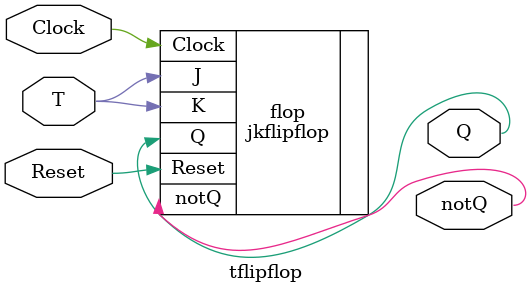
<source format=v>
module tflipflop(
    input T,
    input Reset,
    input Clock,
    output Q,
    output notQ
    );

    jkflipflop flop(
    .J(T),
    .K(T),
    .Reset(Reset),
    .Clock(Clock),
    .Q(Q),
    .notQ(notQ)
    );

endmodule

</source>
